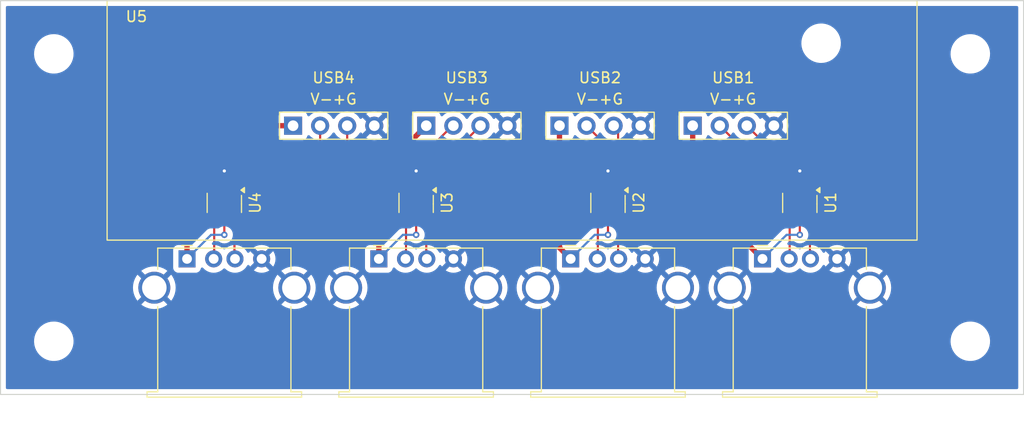
<source format=kicad_pcb>
(kicad_pcb (version 20221018) (generator pcbnew)
  (layers (0 "F.Cu" signal) (31 "B.Cu" signal) (34 "B.Paste" user) (35 "F.Paste" user) (36 "B.SilkS" user "B.Silkscreen") (37 "F.SilkS" user "F.Silkscreen") (38 "B.Mask" user) (39 "F.Mask" user) (44 "Edge.Cuts" user))
  (net 0 "")
  (net 1 "/GND")
  (net 2 "/V1")
  (net 3 "/U1_D-")
  (net 4 "/U1_D+")
  (net 5 "/V2")
  (net 6 "/U2_D-")
  (net 7 "/U2_D+")
  (net 8 "/V3")
  (net 9 "/U3_D-")
  (net 10 "/U3_D+")
  (net 11 "/V4")
  (net 12 "/U4_D-")
  (net 13 "/U4_D+")
  (net 14 "/H1_D+")
  (net 15 "/H1_D-")
  (net 16 "/H2_D+")
  (net 17 "/H2_D-")
  (net 18 "/H3_D+")
  (net 19 "/H3_D-")
  (net 20 "/H4_D+")
  (net 21 "/H4_D-")
  (footprint "Package_TO_SOT_SMD:SOT-23-6_Handsoldering" (layer "F.Cu") (at 56 34 -90)
    (fp_text reference "U3" (at 0 -2.9 90) (layer "F.SilkS"))
    (fp_text value "USBLC6-2SC6")
    (fp_line (start -0.9 1.61) (end 0.9 1.61) (stroke (width 0.12)) (layer "F.SilkS"))
    (fp_line (start 0.1 -1.61) (end -0.7 -1.61) (stroke (width 0.12)) (layer "F.SilkS"))
    (fp_line (start 0.1 -1.61) (end 0.9 -1.61) (stroke (width 0.12)) (layer "F.SilkS"))
    (fp_poly (pts (xy -1.2 -1.56) (xy -1.44 -1.89) (xy -0.96 -1.89) (xy -1.2 -1.56)) (stroke (width 0.12)) (fill solid) (layer "F.SilkS"))
    (pad "1" smd roundrect (at -1.35 -0.95 270) (size 1.56 0.65) (layers "F.Cu" "F.Paste" "F.Mask") (net 18 "/H3_D+"))
    (pad "2" smd roundrect (at -1.35 0 270) (size 1.56 0.65) (layers "F.Cu" "F.Paste" "F.Mask") (net 1 "/GND"))
    (pad "3" smd roundrect (at -1.35 0.95 270) (size 1.56 0.65) (layers "F.Cu" "F.Paste" "F.Mask") (net 19 "/H3_D-"))
    (pad "4" smd roundrect (at 1.35 0.95 270) (size 1.56 0.65) (layers "F.Cu" "F.Paste" "F.Mask") (net 9 "/U3_D-"))
    (pad "5" smd roundrect (at 1.35 0 270) (size 1.56 0.65) (layers "F.Cu" "F.Paste" "F.Mask") (net 8 "/V3"))
    (pad "6" smd roundrect (at 1.35 -0.95 270) (size 1.56 0.65) (layers "F.Cu" "F.Paste" "F.Mask") (net 10 "/U3_D+"))
  )
  (footprint "Package_TO_SOT_SMD:SOT-23-6_Handsoldering" (layer "F.Cu") (at 92 34 -90)
    (fp_text reference "U1" (at 0 -2.9 90) (layer "F.SilkS"))
    (fp_text value "USBLC6-2SC6")
    (fp_line (start -0.9 1.61) (end 0.9 1.61) (stroke (width 0.12)) (layer "F.SilkS"))
    (fp_line (start 0.1 -1.61) (end -0.7 -1.61) (stroke (width 0.12)) (layer "F.SilkS"))
    (fp_line (start 0.1 -1.61) (end 0.9 -1.61) (stroke (width 0.12)) (layer "F.SilkS"))
    (fp_poly (pts (xy -1.2 -1.56) (xy -1.44 -1.89) (xy -0.96 -1.89) (xy -1.2 -1.56)) (stroke (width 0.12)) (fill solid) (layer "F.SilkS"))
    (pad "1" smd roundrect (at -1.35 -0.95 270) (size 1.56 0.65) (layers "F.Cu" "F.Paste" "F.Mask") (net 14 "/H1_D+"))
    (pad "2" smd roundrect (at -1.35 0 270) (size 1.56 0.65) (layers "F.Cu" "F.Paste" "F.Mask") (net 1 "/GND"))
    (pad "3" smd roundrect (at -1.35 0.95 270) (size 1.56 0.65) (layers "F.Cu" "F.Paste" "F.Mask") (net 15 "/H1_D-"))
    (pad "4" smd roundrect (at 1.35 0.95 270) (size 1.56 0.65) (layers "F.Cu" "F.Paste" "F.Mask") (net 3 "/U1_D-"))
    (pad "5" smd roundrect (at 1.35 0 270) (size 1.56 0.65) (layers "F.Cu" "F.Paste" "F.Mask") (net 2 "/V1"))
    (pad "6" smd roundrect (at 1.35 -0.95 270) (size 1.56 0.65) (layers "F.Cu" "F.Paste" "F.Mask") (net 4 "/U1_D+"))
  )
  (footprint "Package_TO_SOT_SMD:SOT-23-6_Handsoldering" (layer "F.Cu") (at 38 34 -90)
    (fp_text reference "U4" (at 0 -2.9 90) (layer "F.SilkS"))
    (fp_text value "USBLC6-2SC6")
    (fp_line (start -0.9 1.61) (end 0.9 1.61) (stroke (width 0.12)) (layer "F.SilkS"))
    (fp_line (start 0.1 -1.61) (end -0.7 -1.61) (stroke (width 0.12)) (layer "F.SilkS"))
    (fp_line (start 0.1 -1.61) (end 0.9 -1.61) (stroke (width 0.12)) (layer "F.SilkS"))
    (fp_poly (pts (xy -1.2 -1.56) (xy -1.44 -1.89) (xy -0.96 -1.89) (xy -1.2 -1.56)) (stroke (width 0.12)) (fill solid) (layer "F.SilkS"))
    (pad "1" smd roundrect (at -1.35 -0.95 270) (size 1.56 0.65) (layers "F.Cu" "F.Paste" "F.Mask") (net 20 "/H4_D+"))
    (pad "2" smd roundrect (at -1.35 0 270) (size 1.56 0.65) (layers "F.Cu" "F.Paste" "F.Mask") (net 1 "/GND"))
    (pad "3" smd roundrect (at -1.35 0.95 270) (size 1.56 0.65) (layers "F.Cu" "F.Paste" "F.Mask") (net 21 "/H4_D-"))
    (pad "4" smd roundrect (at 1.35 0.95 270) (size 1.56 0.65) (layers "F.Cu" "F.Paste" "F.Mask") (net 12 "/U4_D-"))
    (pad "5" smd roundrect (at 1.35 0 270) (size 1.56 0.65) (layers "F.Cu" "F.Paste" "F.Mask") (net 11 "/V4"))
    (pad "6" smd roundrect (at 1.35 -0.95 270) (size 1.56 0.65) (layers "F.Cu" "F.Paste" "F.Mask") (net 13 "/U4_D+"))
  )
  (footprint "MountingHole:MountingHole_3.2mm_M3" (layer "F.Cu") (at 22 20)
    (fp_text reference "H1" hide)
    (fp_text value "M3")
    (pad "" np_thru_hole circle (at 0 0) (size 3.2 3.2) (drill 3.2) (layers "*.Cu" "*.Mask"))
  )
  (footprint "Connector_USB:USB_A_Stewart_SS-52100-001_Horizontal" (layer "F.Cu") (at 52.5 39.26)
    (fp_text reference "J3" hide)
    (fp_text value "USB_A")
    (fp_line (start -3.75 12.49) (end -3.75 12.99) (stroke (width 0.12)) (layer "F.SilkS"))
    (fp_line (start -3.75 12.99) (end 10.75 12.99) (stroke (width 0.12)) (layer "F.SilkS"))
    (fp_line (start -2.75 -1.01) (end -2.75 0.99) (stroke (width 0.12)) (layer "F.SilkS"))
    (fp_line (start -2.75 4.49) (end -2.75 12.49) (stroke (width 0.12)) (layer "F.SilkS"))
    (fp_line (start -2.75 12.49) (end -3.75 12.49) (stroke (width 0.12)) (layer "F.SilkS"))
    (fp_line (start -0.5 -1.26) (end 0.5 -1.26) (stroke (width 0.12)) (layer "F.SilkS"))
    (fp_line (start 9.75 -1.01) (end -2.75 -1.01) (stroke (width 0.12)) (layer "F.SilkS"))
    (fp_line (start 9.75 0.99) (end 9.75 -1.01) (stroke (width 0.12)) (layer "F.SilkS"))
    (fp_line (start 9.75 12.49) (end 9.75 4.49) (stroke (width 0.12)) (layer "F.SilkS"))
    (fp_line (start 10.75 12.49) (end 9.75 12.49) (stroke (width 0.12)) (layer "F.SilkS"))
    (fp_line (start 10.75 12.99) (end 10.75 12.49) (stroke (width 0.12)) (layer "F.SilkS"))
    (pad "1" thru_hole rect (at 0 0) (size 1.6 1.6) (drill 0.92) (layers "*.Cu" "*.Mask") (net 8 "/V3"))
    (pad "2" thru_hole circle (at 2.5 0) (size 1.6 1.6) (drill 0.92) (layers "*.Cu" "*.Mask") (net 9 "/U3_D-"))
    (pad "3" thru_hole circle (at 4.5 0) (size 1.6 1.6) (drill 0.92) (layers "*.Cu" "*.Mask") (net 10 "/U3_D+"))
    (pad "4" thru_hole circle (at 7 0) (size 1.6 1.6) (drill 0.92) (layers "*.Cu" "*.Mask") (net 1 "/GND"))
    (pad "5" thru_hole circle (at -3.07 2.71) (size 3 3) (drill 2.3) (layers "*.Cu" "*.Mask") (net 1 "/GND"))
    (pad "5" thru_hole circle (at 10.07 2.71) (size 3 3) (drill 2.3) (layers "*.Cu" "*.Mask") (net 1 "/GND"))
  )
  (footprint "ZZ_Custom_Footprints:USB_Magic_Hub" (layer "F.Cu") (at 65 26.25)
    (fp_text reference "U5" (at -35.25 -9.75 unlocked) (layer "F.SilkS"))
    (fp_text value "USB Magic Hub")
    (fp_text user "USB1" (at 20.75 -4 unlocked) (layer "F.SilkS"))
    (fp_text user "USB4" (at -16.75 -4 unlocked) (layer "F.SilkS"))
    (fp_text user "V-+G" (at -16.75 -2 unlocked) (layer "F.SilkS"))
    (fp_text user "V-+G" (at -4.25 -2 unlocked) (layer "F.SilkS"))
    (fp_text user "USB3" (at -4.25 -4 unlocked) (layer "F.SilkS"))
    (fp_text user "V-+G" (at 8.25 -2 unlocked) (layer "F.SilkS"))
    (fp_text user "USB2" (at 8.25 -4 unlocked) (layer "F.SilkS"))
    (fp_text user "V-+G" (at 20.75 -2 unlocked) (layer "F.SilkS"))
    (fp_rect (start -38 -11.25) (end 38 11.25) (stroke (width 0.12)) (fill none) (layer "F.SilkS"))
    (fp_rect (start -21.82 -0.77) (end -11.66 1.77) (stroke (width 0.12)) (fill none) (layer "F.SilkS"))
    (fp_rect (start -9.32 -0.77) (end 0.84 1.77) (stroke (width 0.12)) (fill none) (layer "F.SilkS"))
    (fp_rect (start 3.18 -0.77) (end 13.34 1.77) (stroke (width 0.12)) (fill none) (layer "F.SilkS"))
    (fp_rect (start 15.68 -0.77) (end 25.84 1.77) (stroke (width 0.12)) (fill none) (layer "F.SilkS"))
    (pad "" np_thru_hole circle (at 29 -7.25) (size 3.2 3.2) (drill 3.2) (layers "F&B.Cu" "*.Mask"))
    (pad "1" thru_hole rect (at -20.55 0.5) (size 1.7 1.7) (drill 1) (layers "*.Cu" "*.Mask") (net 11 "/V4"))
    (pad "2" thru_hole circle (at -18.01 0.5) (size 1.7 1.7) (drill 1) (layers "*.Cu" "*.Mask") (net 21 "/H4_D-"))
    (pad "3" thru_hole circle (at -15.47 0.5) (size 1.7 1.7) (drill 1) (layers "*.Cu" "*.Mask") (net 20 "/H4_D+"))
    (pad "4" thru_hole circle (at -12.93 0.5) (size 1.7 1.7) (drill 1) (layers "*.Cu" "*.Mask") (net 1 "/GND"))
    (pad "5" thru_hole rect (at -8.05 0.5) (size 1.7 1.7) (drill 1) (layers "*.Cu" "*.Mask") (net 8 "/V3"))
    (pad "6" thru_hole circle (at -5.51 0.5) (size 1.7 1.7) (drill 1) (layers "*.Cu" "*.Mask") (net 19 "/H3_D-"))
    (pad "7" thru_hole circle (at -2.97 0.5) (size 1.7 1.7) (drill 1) (layers "*.Cu" "*.Mask") (net 18 "/H3_D+"))
    (pad "8" thru_hole circle (at -0.43 0.5) (size 1.7 1.7) (drill 1) (layers "*.Cu" "*.Mask") (net 1 "/GND"))
    (pad "9" thru_hole rect (at 4.45 0.5) (size 1.7 1.7) (drill 1) (layers "*.Cu" "*.Mask") (net 5 "/V2"))
    (pad "10" thru_hole circle (at 6.99 0.5) (size 1.7 1.7) (drill 1) (layers "*.Cu" "*.Mask") (net 17 "/H2_D-"))
    (pad "11" thru_hole circle (at 9.53 0.5) (size 1.7 1.7) (drill 1) (layers "*.Cu" "*.Mask") (net 16 "/H2_D+"))
    (pad "12" thru_hole circle (at 12.07 0.5) (size 1.7 1.7) (drill 1) (layers "*.Cu" "*.Mask") (net 1 "/GND"))
    (pad "13" thru_hole rect (at 16.95 0.5) (size 1.7 1.7) (drill 1) (layers "*.Cu" "*.Mask") (net 2 "/V1"))
    (pad "14" thru_hole circle (at 19.49 0.5) (size 1.7 1.7) (drill 1) (layers "*.Cu" "*.Mask") (net 15 "/H1_D-"))
    (pad "15" thru_hole circle (at 22.03 0.5) (size 1.7 1.7) (drill 1) (layers "*.Cu" "*.Mask") (net 14 "/H1_D+"))
    (pad "16" thru_hole circle (at 24.57 0.5) (size 1.7 1.7) (drill 1) (layers "*.Cu" "*.Mask") (net 1 "/GND"))
  )
  (footprint "Connector_USB:USB_A_Stewart_SS-52100-001_Horizontal" (layer "F.Cu") (at 88.5 39.26)
    (fp_text reference "J1" hide)
    (fp_text value "USB_A")
    (fp_line (start -3.75 12.49) (end -3.75 12.99) (stroke (width 0.12)) (layer "F.SilkS"))
    (fp_line (start -3.75 12.99) (end 10.75 12.99) (stroke (width 0.12)) (layer "F.SilkS"))
    (fp_line (start -2.75 -1.01) (end -2.75 0.99) (stroke (width 0.12)) (layer "F.SilkS"))
    (fp_line (start -2.75 4.49) (end -2.75 12.49) (stroke (width 0.12)) (layer "F.SilkS"))
    (fp_line (start -2.75 12.49) (end -3.75 12.49) (stroke (width 0.12)) (layer "F.SilkS"))
    (fp_line (start -0.5 -1.26) (end 0.5 -1.26) (stroke (width 0.12)) (layer "F.SilkS"))
    (fp_line (start 9.75 -1.01) (end -2.75 -1.01) (stroke (width 0.12)) (layer "F.SilkS"))
    (fp_line (start 9.75 0.99) (end 9.75 -1.01) (stroke (width 0.12)) (layer "F.SilkS"))
    (fp_line (start 9.75 12.49) (end 9.75 4.49) (stroke (width 0.12)) (layer "F.SilkS"))
    (fp_line (start 10.75 12.49) (end 9.75 12.49) (stroke (width 0.12)) (layer "F.SilkS"))
    (fp_line (start 10.75 12.99) (end 10.75 12.49) (stroke (width 0.12)) (layer "F.SilkS"))
    (pad "1" thru_hole rect (at 0 0) (size 1.6 1.6) (drill 0.92) (layers "*.Cu" "*.Mask") (net 2 "/V1"))
    (pad "2" thru_hole circle (at 2.5 0) (size 1.6 1.6) (drill 0.92) (layers "*.Cu" "*.Mask") (net 3 "/U1_D-"))
    (pad "3" thru_hole circle (at 4.5 0) (size 1.6 1.6) (drill 0.92) (layers "*.Cu" "*.Mask") (net 4 "/U1_D+"))
    (pad "4" thru_hole circle (at 7 0) (size 1.6 1.6) (drill 0.92) (layers "*.Cu" "*.Mask") (net 1 "/GND"))
    (pad "5" thru_hole circle (at -3.07 2.71) (size 3 3) (drill 2.3) (layers "*.Cu" "*.Mask") (net 1 "/GND"))
    (pad "5" thru_hole circle (at 10.07 2.71) (size 3 3) (drill 2.3) (layers "*.Cu" "*.Mask") (net 1 "/GND"))
  )
  (footprint "MountingHole:MountingHole_3.2mm_M3" (layer "F.Cu") (at 22 47)
    (fp_text reference "H2" hide)
    (fp_text value "M3")
    (pad "" np_thru_hole circle (at 0 0) (size 3.2 3.2) (drill 3.2) (layers "*.Cu" "*.Mask"))
  )
  (footprint "Connector_USB:USB_A_Stewart_SS-52100-001_Horizontal" (layer "F.Cu") (at 70.5 39.26)
    (fp_text reference "J2" hide)
    (fp_text value "USB_A")
    (fp_line (start -3.75 12.49) (end -3.75 12.99) (stroke (width 0.12)) (layer "F.SilkS"))
    (fp_line (start -3.75 12.99) (end 10.75 12.99) (stroke (width 0.12)) (layer "F.SilkS"))
    (fp_line (start -2.75 -1.01) (end -2.75 0.99) (stroke (width 0.12)) (layer "F.SilkS"))
    (fp_line (start -2.75 4.49) (end -2.75 12.49) (stroke (width 0.12)) (layer "F.SilkS"))
    (fp_line (start -2.75 12.49) (end -3.75 12.49) (stroke (width 0.12)) (layer "F.SilkS"))
    (fp_line (start -0.5 -1.26) (end 0.5 -1.26) (stroke (width 0.12)) (layer "F.SilkS"))
    (fp_line (start 9.75 -1.01) (end -2.75 -1.01) (stroke (width 0.12)) (layer "F.SilkS"))
    (fp_line (start 9.75 0.99) (end 9.75 -1.01) (stroke (width 0.12)) (layer "F.SilkS"))
    (fp_line (start 9.75 12.49) (end 9.75 4.49) (stroke (width 0.12)) (layer "F.SilkS"))
    (fp_line (start 10.75 12.49) (end 9.75 12.49) (stroke (width 0.12)) (layer "F.SilkS"))
    (fp_line (start 10.75 12.99) (end 10.75 12.49) (stroke (width 0.12)) (layer "F.SilkS"))
    (pad "1" thru_hole rect (at 0 0) (size 1.6 1.6) (drill 0.92) (layers "*.Cu" "*.Mask") (net 5 "/V2"))
    (pad "2" thru_hole circle (at 2.5 0) (size 1.6 1.6) (drill 0.92) (layers "*.Cu" "*.Mask") (net 6 "/U2_D-"))
    (pad "3" thru_hole circle (at 4.5 0) (size 1.6 1.6) (drill 0.92) (layers "*.Cu" "*.Mask") (net 7 "/U2_D+"))
    (pad "4" thru_hole circle (at 7 0) (size 1.6 1.6) (drill 0.92) (layers "*.Cu" "*.Mask") (net 1 "/GND"))
    (pad "5" thru_hole circle (at -3.07 2.71) (size 3 3) (drill 2.3) (layers "*.Cu" "*.Mask") (net 1 "/GND"))
    (pad "5" thru_hole circle (at 10.07 2.71) (size 3 3) (drill 2.3) (layers "*.Cu" "*.Mask") (net 1 "/GND"))
  )
  (footprint "Package_TO_SOT_SMD:SOT-23-6_Handsoldering" (layer "F.Cu") (at 74 34 -90)
    (fp_text reference "U2" (at 0 -2.9 90) (layer "F.SilkS"))
    (fp_text value "USBLC6-2SC6")
    (fp_line (start -0.9 1.61) (end 0.9 1.61) (stroke (width 0.12)) (layer "F.SilkS"))
    (fp_line (start 0.1 -1.61) (end -0.7 -1.61) (stroke (width 0.12)) (layer "F.SilkS"))
    (fp_line (start 0.1 -1.61) (end 0.9 -1.61) (stroke (width 0.12)) (layer "F.SilkS"))
    (fp_poly (pts (xy -1.2 -1.56) (xy -1.44 -1.89) (xy -0.96 -1.89) (xy -1.2 -1.56)) (stroke (width 0.12)) (fill solid) (layer "F.SilkS"))
    (pad "1" smd roundrect (at -1.35 -0.95 270) (size 1.56 0.65) (layers "F.Cu" "F.Paste" "F.Mask") (net 16 "/H2_D+"))
    (pad "2" smd roundrect (at -1.35 0 270) (size 1.56 0.65) (layers "F.Cu" "F.Paste" "F.Mask") (net 1 "/GND"))
    (pad "3" smd roundrect (at -1.35 0.95 270) (size 1.56 0.65) (layers "F.Cu" "F.Paste" "F.Mask") (net 17 "/H2_D-"))
    (pad "4" smd roundrect (at 1.35 0.95 270) (size 1.56 0.65) (layers "F.Cu" "F.Paste" "F.Mask") (net 6 "/U2_D-"))
    (pad "5" smd roundrect (at 1.35 0 270) (size 1.56 0.65) (layers "F.Cu" "F.Paste" "F.Mask") (net 5 "/V2"))
    (pad "6" smd roundrect (at 1.35 -0.95 270) (size 1.56 0.65) (layers "F.Cu" "F.Paste" "F.Mask") (net 7 "/U2_D+"))
  )
  (footprint "MountingHole:MountingHole_3.2mm_M3" (layer "F.Cu") (at 108 47)
    (fp_text reference "H4" hide)
    (fp_text value "M3")
    (pad "" np_thru_hole circle (at 0 0) (size 3.2 3.2) (drill 3.2) (layers "*.Cu" "*.Mask"))
  )
  (footprint "Connector_USB:USB_A_Stewart_SS-52100-001_Horizontal" (layer "F.Cu") (at 34.5 39.26)
    (fp_text reference "J4" hide)
    (fp_text value "USB_A")
    (fp_line (start -3.75 12.49) (end -3.75 12.99) (stroke (width 0.12)) (layer "F.SilkS"))
    (fp_line (start -3.75 12.99) (end 10.75 12.99) (stroke (width 0.12)) (layer "F.SilkS"))
    (fp_line (start -2.75 -1.01) (end -2.75 0.99) (stroke (width 0.12)) (layer "F.SilkS"))
    (fp_line (start -2.75 4.49) (end -2.75 12.49) (stroke (width 0.12)) (layer "F.SilkS"))
    (fp_line (start -2.75 12.49) (end -3.75 12.49) (stroke (width 0.12)) (layer "F.SilkS"))
    (fp_line (start -0.5 -1.26) (end 0.5 -1.26) (stroke (width 0.12)) (layer "F.SilkS"))
    (fp_line (start 9.75 -1.01) (end -2.75 -1.01) (stroke (width 0.12)) (layer "F.SilkS"))
    (fp_line (start 9.75 0.99) (end 9.75 -1.01) (stroke (width 0.12)) (layer "F.SilkS"))
    (fp_line (start 9.75 12.49) (end 9.75 4.49) (stroke (width 0.12)) (layer "F.SilkS"))
    (fp_line (start 10.75 12.49) (end 9.75 12.49) (stroke (width 0.12)) (layer "F.SilkS"))
    (fp_line (start 10.75 12.99) (end 10.75 12.49) (stroke (width 0.12)) (layer "F.SilkS"))
    (pad "1" thru_hole rect (at 0 0) (size 1.6 1.6) (drill 0.92) (layers "*.Cu" "*.Mask") (net 11 "/V4"))
    (pad "2" thru_hole circle (at 2.5 0) (size 1.6 1.6) (drill 0.92) (layers "*.Cu" "*.Mask") (net 12 "/U4_D-"))
    (pad "3" thru_hole circle (at 4.5 0) (size 1.6 1.6) (drill 0.92) (layers "*.Cu" "*.Mask") (net 13 "/U4_D+"))
    (pad "4" thru_hole circle (at 7 0) (size 1.6 1.6) (drill 0.92) (layers "*.Cu" "*.Mask") (net 1 "/GND"))
    (pad "5" thru_hole circle (at -3.07 2.71) (size 3 3) (drill 2.3) (layers "*.Cu" "*.Mask") (net 1 "/GND"))
    (pad "5" thru_hole circle (at 10.07 2.71) (size 3 3) (drill 2.3) (layers "*.Cu" "*.Mask") (net 1 "/GND"))
  )
  (footprint "MountingHole:MountingHole_3.2mm_M3" (layer "F.Cu") (at 108 20)
    (fp_text reference "H3" hide)
    (fp_text value "M3")
    (pad "" np_thru_hole circle (at 0 0) (size 3.2 3.2) (drill 3.2) (layers "*.Cu" "*.Mask"))
  )
  (gr_rect (start 17 15) (end 113 52) (stroke (width 0.1)) (fill none) (layer "Edge.Cuts"))
  (segment (start 56 32.65) (end 56 31) (width 0.2) (layer "F.Cu") (net 1))
  (segment (start 92 32.65) (end 92 31) (width 0.2) (layer "F.Cu") (net 1))
  (segment (start 38 32.65) (end 38 31) (width 0.2) (layer "F.Cu") (net 1))
  (segment (start 74 32.65) (end 74 31) (width 0.2) (layer "F.Cu") (net 1))
  (via (at 92 31) (size 0.6) (drill 0.3) (layers "F.Cu" "B.Cu") (net 1))
  (via (at 38 31) (size 0.6) (drill 0.3) (layers "F.Cu" "B.Cu") (net 1))
  (via (at 56 31) (size 0.6) (drill 0.3) (layers "F.Cu" "B.Cu") (net 1))
  (via (at 74 31) (size 0.6) (drill 0.3) (layers "F.Cu" "B.Cu") (net 1))
  (segment (start 81.95 26.75) (end 81.95 32.71) (width 0.5) (layer "F.Cu") (net 2))
  (segment (start 92 35.35) (end 92 37) (width 0.2) (layer "F.Cu") (net 2))
  (segment (start 81.95 32.71) (end 88.5 39.26) (width 0.5) (layer "F.Cu") (net 2))
  (via (at 92 37) (size 0.6) (drill 0.3) (layers "F.Cu" "B.Cu") (net 2))
  (segment (start 92 37) (end 90.76 37) (width 0.2) (layer "B.Cu") (net 2))
  (segment (start 90.76 37) (end 88.5 39.26) (width 0.2) (layer "B.Cu") (net 2))
  (segment (start 91.05 39.21) (end 91 39.26) (width 0.2) (layer "F.Cu") (net 3))
  (segment (start 91.05 35.35) (end 91.05 39.21) (width 0.2) (layer "F.Cu") (net 3))
  (segment (start 92.95 35.35) (end 92.95 39.21) (width 0.2) (layer "F.Cu") (net 4))
  (segment (start 92.95 39.21) (end 93 39.26) (width 0.2) (layer "F.Cu") (net 4))
  (segment (start 69.45 38.21) (end 70.5 39.26) (width 0.5) (layer "F.Cu") (net 5))
  (segment (start 69.45 26.75) (end 69.45 38.21) (width 0.5) (layer "F.Cu") (net 5))
  (segment (start 74 35.35) (end 74 37) (width 0.2) (layer "F.Cu") (net 5))
  (via (at 74 37) (size 0.6) (drill 0.3) (layers "F.Cu" "B.Cu") (net 5))
  (segment (start 74 37) (end 72.76 37) (width 0.2) (layer "B.Cu") (net 5))
  (segment (start 72.76 37) (end 70.5 39.26) (width 0.2) (layer "B.Cu") (net 5))
  (segment (start 73.05 35.35) (end 73.05 39.21) (width 0.2) (layer "F.Cu") (net 6))
  (segment (start 73.05 39.21) (end 73 39.26) (width 0.2) (layer "F.Cu") (net 6))
  (segment (start 74.95 35.35) (end 74.95 39.21) (width 0.2) (layer "F.Cu") (net 7))
  (segment (start 74.95 39.21) (end 75 39.26) (width 0.2) (layer "F.Cu") (net 7))
  (segment (start 56 35.35) (end 56 37) (width 0.2) (layer "F.Cu") (net 8))
  (segment (start 52.5 31.2) (end 52.5 39.26) (width 0.5) (layer "F.Cu") (net 8))
  (segment (start 56.95 26.75) (end 52.5 31.2) (width 0.5) (layer "F.Cu") (net 8))
  (via (at 56 37) (size 0.6) (drill 0.3) (layers "F.Cu" "B.Cu") (net 8))
  (segment (start 56 37) (end 54.76 37) (width 0.2) (layer "B.Cu") (net 8))
  (segment (start 54.76 37) (end 52.5 39.26) (width 0.2) (layer "B.Cu") (net 8))
  (segment (start 55.05 39.21) (end 55 39.26) (width 0.2) (layer "F.Cu") (net 9))
  (segment (start 55.05 35.35) (end 55.05 39.21) (width 0.2) (layer "F.Cu") (net 9))
  (segment (start 56.95 35.35) (end 56.95 39.21) (width 0.2) (layer "F.Cu") (net 10))
  (segment (start 56.95 39.21) (end 57 39.26) (width 0.2) (layer "F.Cu") (net 10))
  (segment (start 35.5 26.75) (end 34.5 27.75) (width 0.5) (layer "F.Cu") (net 11))
  (segment (start 34.5 27.75) (end 34.5 39.26) (width 0.5) (layer "F.Cu") (net 11))
  (segment (start 38 35.35) (end 38 37) (width 0.2) (layer "F.Cu") (net 11))
  (segment (start 44.45 26.75) (end 35.5 26.75) (width 0.5) (layer "F.Cu") (net 11))
  (via (at 38 37) (size 0.6) (drill 0.3) (layers "F.Cu" "B.Cu") (net 11))
  (segment (start 38 37) (end 36.76 37) (width 0.2) (layer "B.Cu") (net 11))
  (segment (start 36.76 37) (end 34.5 39.26) (width 0.2) (layer "B.Cu") (net 11))
  (segment (start 37.05 39.21) (end 37 39.26) (width 0.2) (layer "F.Cu") (net 12))
  (segment (start 37.05 35.35) (end 37.05 39.21) (width 0.2) (layer "F.Cu") (net 12))
  (segment (start 38.95 35.35) (end 38.95 39.21) (width 0.2) (layer "F.Cu") (net 13))
  (segment (start 38.95 39.21) (end 39 39.26) (width 0.2) (layer "F.Cu") (net 13))
  (segment (start 87.03 26.75) (end 90.28 30) (width 0.2) (layer "F.Cu") (net 14))
  (segment (start 90.28 30) (end 92.5 30) (width 0.2) (layer "F.Cu") (net 14))
  (segment (start 92.5 30) (end 92.95 30.45) (width 0.2) (layer "F.Cu") (net 14))
  (segment (start 92.95 30.45) (end 92.95 32.65) (width 0.2) (layer "F.Cu") (net 14))
  (segment (start 90.5 31) (end 91.05 31.55) (width 0.2) (layer "F.Cu") (net 15))
  (segment (start 88.74 31) (end 90.5 31) (width 0.2) (layer "F.Cu") (net 15))
  (segment (start 91.05 31.55) (end 91.05 32.65) (width 0.2) (layer "F.Cu") (net 15))
  (segment (start 84.49 26.75) (end 88.74 31) (width 0.2) (layer "F.Cu") (net 15))
  (segment (start 74.95 27.17) (end 74.53 26.75) (width 0.2) (layer "F.Cu") (net 16))
  (segment (start 74.95 32.65) (end 74.95 27.17) (width 0.2) (layer "F.Cu") (net 16))
  (segment (start 73.05 32.65) (end 73.05 27.81) (width 0.2) (layer "F.Cu") (net 17))
  (segment (start 73.05 27.81) (end 71.99 26.75) (width 0.2) (layer "F.Cu") (net 17))
  (segment (start 56.95 31.83) (end 62.03 26.75) (width 0.2) (layer "F.Cu") (net 18))
  (segment (start 56.95 32.65) (end 56.95 31.83) (width 0.2) (layer "F.Cu") (net 18))
  (segment (start 59.401471 26.75) (end 59.49 26.75) (width 0.2) (layer "F.Cu") (net 19))
  (segment (start 55.05 31.101471) (end 59.401471 26.75) (width 0.2) (layer "F.Cu") (net 19))
  (segment (start 55.05 32.65) (end 55.05 31.101471) (width 0.2) (layer "F.Cu") (net 19))
  (segment (start 49 30.5) (end 49.53 29.97) (width 0.2) (layer "F.Cu") (net 20))
  (segment (start 38.95 32.65) (end 38.95 31.05) (width 0.2) (layer "F.Cu") (net 20))
  (segment (start 49.53 29.97) (end 49.53 26.75) (width 0.2) (layer "F.Cu") (net 20))
  (segment (start 38.95 31.05) (end 39.5 30.5) (width 0.2) (layer "F.Cu") (net 20))
  (segment (start 39.5 30.5) (end 49 30.5) (width 0.2) (layer "F.Cu") (net 20))
  (segment (start 37.05 32.65) (end 37.05 30.45) (width 0.2) (layer "F.Cu") (net 21))
  (segment (start 37.05 30.45) (end 37.5 30) (width 0.2) (layer "F.Cu") (net 21))
  (segment (start 37.5 30) (end 46.5 30) (width 0.2) (layer "F.Cu") (net 21))
  (segment (start 46.5 30) (end 46.99 29.51) (width 0.2) (layer "F.Cu") (net 21))
  (segment (start 46.99 29.51) (end 46.99 26.75) (width 0.2) (layer "F.Cu") (net 21))
  (zone (net 1) (net_name "/GND") (layer "B.Cu") (connect_pads (clearance 0.5)) (min_thickness 0.25) (fill yes (thermal_gap 0.5) (thermal_bridge_width 0.5))
    (polygon (pts (xy 17.5 15.5) (xy 112.5 15.5) (xy 112.5 51.5) (xy 17.5 51.5)))
  )
)
</source>
